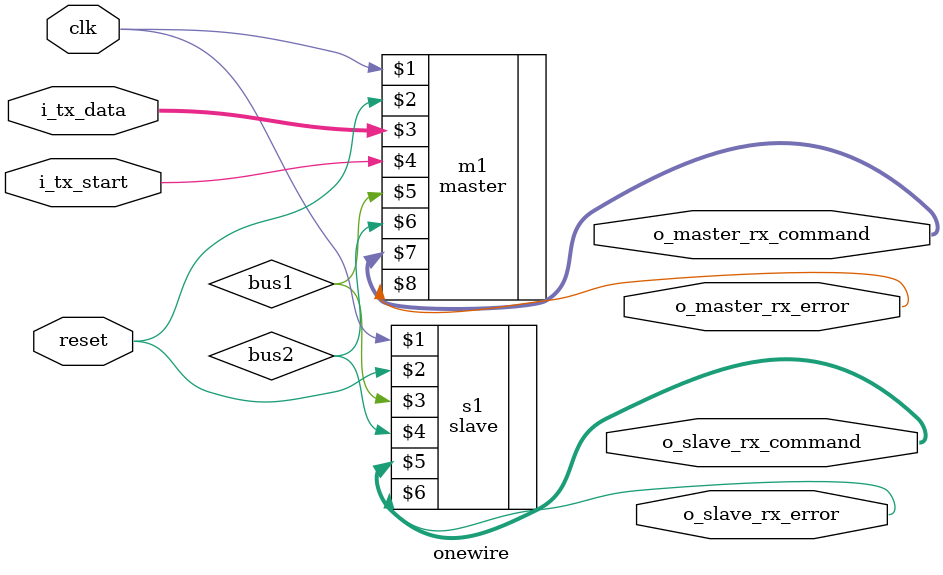
<source format=v>

module onewire (
    input clk,           
    input reset,  
    input [55:0] i_tx_data,   // from controller
    input i_tx_start,          
    output [55:0] o_master_rx_command,
    output o_master_rx_error,
    output [55:0] o_slave_rx_command,
    output o_slave_rx_error       
);

wire bus1, bus2;

master m1 (
    clk,           
    reset,             
    i_tx_data,   
    i_tx_start,  
    bus1,
    bus2,        
    o_master_rx_command,
    o_master_rx_error     
);

slave  s1 (
    clk,           
    reset,             
    bus1,
    bus2,        
    o_slave_rx_command,
    o_slave_rx_error    
);

endmodule
</source>
